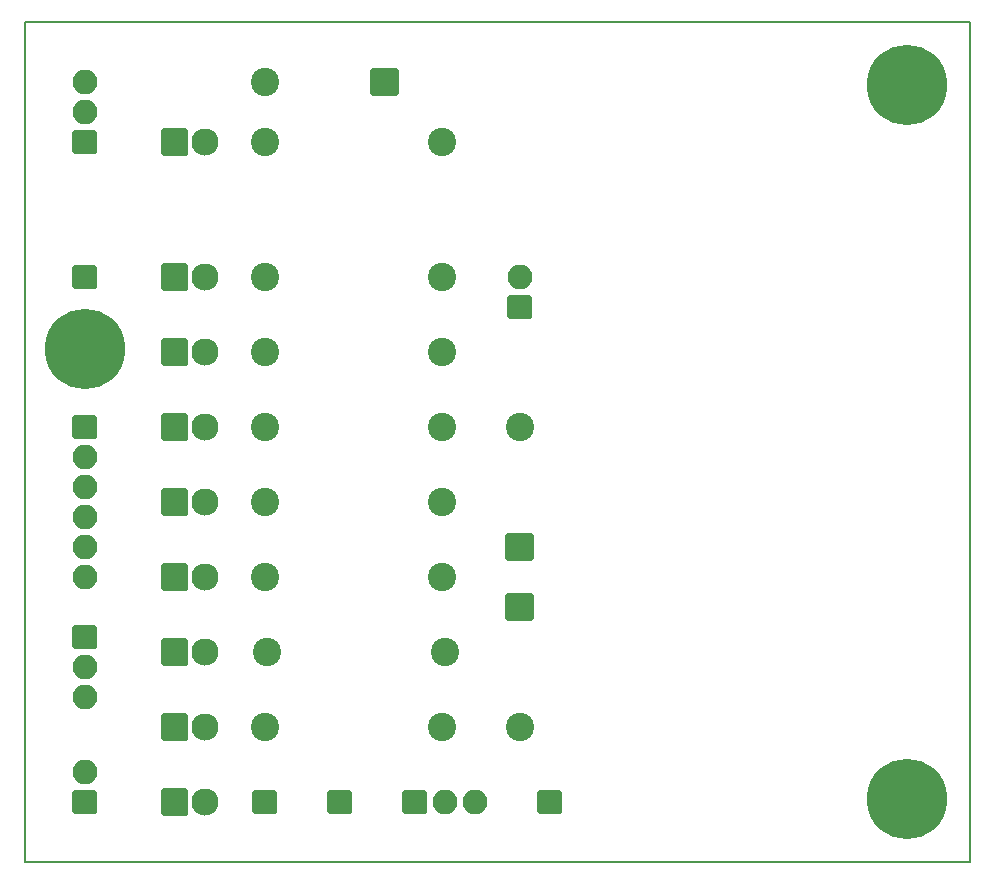
<source format=gbr>
%TF.GenerationSoftware,KiCad,Pcbnew,5.1.9+dfsg1-1+deb11u1*%
%TF.CreationDate,2023-10-22T15:59:23+02:00*%
%TF.ProjectId,display,64697370-6c61-4792-9e6b-696361645f70,231022*%
%TF.SameCoordinates,Original*%
%TF.FileFunction,Soldermask,Bot*%
%TF.FilePolarity,Negative*%
%FSLAX46Y46*%
G04 Gerber Fmt 4.6, Leading zero omitted, Abs format (unit mm)*
G04 Created by KiCad (PCBNEW 5.1.9+dfsg1-1+deb11u1) date 2023-10-22 15:59:23*
%MOMM*%
%LPD*%
G01*
G04 APERTURE LIST*
%TA.AperFunction,Profile*%
%ADD10C,0.150000*%
%TD*%
%ADD11C,6.800000*%
%ADD12C,2.300000*%
%ADD13C,2.398980*%
%ADD14O,2.100000X2.100000*%
G04 APERTURE END LIST*
D10*
X185166000Y-129286000D02*
X148336000Y-129286000D01*
X185166000Y-58166000D02*
X185166000Y-129286000D01*
X105156000Y-58166000D02*
X185166000Y-58166000D01*
X105156000Y-63246000D02*
X105156000Y-58166000D01*
X105156000Y-63246000D02*
X105156000Y-129286000D01*
X105156000Y-129286000D02*
X148336000Y-129286000D01*
X105156000Y-124206000D02*
X105156000Y-129286000D01*
D11*
%TO.C,REF\u002A\u002A*%
X179832000Y-63500000D03*
%TD*%
%TO.C,D201*%
G36*
G01*
X118806000Y-69526000D02*
X116906000Y-69526000D01*
G75*
G02*
X116706000Y-69326000I0J200000D01*
G01*
X116706000Y-67326000D01*
G75*
G02*
X116906000Y-67126000I200000J0D01*
G01*
X118806000Y-67126000D01*
G75*
G02*
X119006000Y-67326000I0J-200000D01*
G01*
X119006000Y-69326000D01*
G75*
G02*
X118806000Y-69526000I-200000J0D01*
G01*
G37*
D12*
X120396000Y-68326000D03*
%TD*%
%TO.C,D202*%
G36*
G01*
X118806000Y-80956000D02*
X116906000Y-80956000D01*
G75*
G02*
X116706000Y-80756000I0J200000D01*
G01*
X116706000Y-78756000D01*
G75*
G02*
X116906000Y-78556000I200000J0D01*
G01*
X118806000Y-78556000D01*
G75*
G02*
X119006000Y-78756000I0J-200000D01*
G01*
X119006000Y-80756000D01*
G75*
G02*
X118806000Y-80956000I-200000J0D01*
G01*
G37*
X120396000Y-79756000D03*
%TD*%
%TO.C,D203*%
G36*
G01*
X118806000Y-87306000D02*
X116906000Y-87306000D01*
G75*
G02*
X116706000Y-87106000I0J200000D01*
G01*
X116706000Y-85106000D01*
G75*
G02*
X116906000Y-84906000I200000J0D01*
G01*
X118806000Y-84906000D01*
G75*
G02*
X119006000Y-85106000I0J-200000D01*
G01*
X119006000Y-87106000D01*
G75*
G02*
X118806000Y-87306000I-200000J0D01*
G01*
G37*
X120396000Y-86106000D03*
%TD*%
%TO.C,D204*%
G36*
G01*
X118806000Y-93656000D02*
X116906000Y-93656000D01*
G75*
G02*
X116706000Y-93456000I0J200000D01*
G01*
X116706000Y-91456000D01*
G75*
G02*
X116906000Y-91256000I200000J0D01*
G01*
X118806000Y-91256000D01*
G75*
G02*
X119006000Y-91456000I0J-200000D01*
G01*
X119006000Y-93456000D01*
G75*
G02*
X118806000Y-93656000I-200000J0D01*
G01*
G37*
X120396000Y-92456000D03*
%TD*%
%TO.C,D205*%
G36*
G01*
X118806000Y-100006000D02*
X116906000Y-100006000D01*
G75*
G02*
X116706000Y-99806000I0J200000D01*
G01*
X116706000Y-97806000D01*
G75*
G02*
X116906000Y-97606000I200000J0D01*
G01*
X118806000Y-97606000D01*
G75*
G02*
X119006000Y-97806000I0J-200000D01*
G01*
X119006000Y-99806000D01*
G75*
G02*
X118806000Y-100006000I-200000J0D01*
G01*
G37*
X120396000Y-98806000D03*
%TD*%
%TO.C,D206*%
G36*
G01*
X118806000Y-106356000D02*
X116906000Y-106356000D01*
G75*
G02*
X116706000Y-106156000I0J200000D01*
G01*
X116706000Y-104156000D01*
G75*
G02*
X116906000Y-103956000I200000J0D01*
G01*
X118806000Y-103956000D01*
G75*
G02*
X119006000Y-104156000I0J-200000D01*
G01*
X119006000Y-106156000D01*
G75*
G02*
X118806000Y-106356000I-200000J0D01*
G01*
G37*
X120396000Y-105156000D03*
%TD*%
%TO.C,D207*%
G36*
G01*
X118806000Y-112706000D02*
X116906000Y-112706000D01*
G75*
G02*
X116706000Y-112506000I0J200000D01*
G01*
X116706000Y-110506000D01*
G75*
G02*
X116906000Y-110306000I200000J0D01*
G01*
X118806000Y-110306000D01*
G75*
G02*
X119006000Y-110506000I0J-200000D01*
G01*
X119006000Y-112506000D01*
G75*
G02*
X118806000Y-112706000I-200000J0D01*
G01*
G37*
X120396000Y-111506000D03*
%TD*%
%TO.C,D208*%
G36*
G01*
X118806000Y-119056000D02*
X116906000Y-119056000D01*
G75*
G02*
X116706000Y-118856000I0J200000D01*
G01*
X116706000Y-116856000D01*
G75*
G02*
X116906000Y-116656000I200000J0D01*
G01*
X118806000Y-116656000D01*
G75*
G02*
X119006000Y-116856000I0J-200000D01*
G01*
X119006000Y-118856000D01*
G75*
G02*
X118806000Y-119056000I-200000J0D01*
G01*
G37*
X120396000Y-117856000D03*
%TD*%
%TO.C,D209*%
G36*
G01*
X118806000Y-125406000D02*
X116906000Y-125406000D01*
G75*
G02*
X116706000Y-125206000I0J200000D01*
G01*
X116706000Y-123206000D01*
G75*
G02*
X116906000Y-123006000I200000J0D01*
G01*
X118806000Y-123006000D01*
G75*
G02*
X119006000Y-123206000I0J-200000D01*
G01*
X119006000Y-125206000D01*
G75*
G02*
X118806000Y-125406000I-200000J0D01*
G01*
G37*
X120396000Y-124206000D03*
%TD*%
D13*
%TO.C,D210*%
X147068540Y-117856000D03*
G36*
G01*
X148068030Y-108895490D02*
X146069050Y-108895490D01*
G75*
G02*
X145869050Y-108695490I0J200000D01*
G01*
X145869050Y-106696510D01*
G75*
G02*
X146069050Y-106496510I200000J0D01*
G01*
X148068030Y-106496510D01*
G75*
G02*
X148268030Y-106696510I0J-200000D01*
G01*
X148268030Y-108695490D01*
G75*
G02*
X148068030Y-108895490I-200000J0D01*
G01*
G37*
%TD*%
%TO.C,D211*%
X147063460Y-92456000D03*
G36*
G01*
X146063970Y-101416510D02*
X148062950Y-101416510D01*
G75*
G02*
X148262950Y-101616510I0J-200000D01*
G01*
X148262950Y-103615490D01*
G75*
G02*
X148062950Y-103815490I-200000J0D01*
G01*
X146063970Y-103815490D01*
G75*
G02*
X145863970Y-103615490I0J200000D01*
G01*
X145863970Y-101616510D01*
G75*
G02*
X146063970Y-101416510I200000J0D01*
G01*
G37*
%TD*%
%TO.C,D212*%
X125476000Y-63248540D03*
G36*
G01*
X134436510Y-64248030D02*
X134436510Y-62249050D01*
G75*
G02*
X134636510Y-62049050I200000J0D01*
G01*
X136635490Y-62049050D01*
G75*
G02*
X136835490Y-62249050I0J-200000D01*
G01*
X136835490Y-64248030D01*
G75*
G02*
X136635490Y-64448030I-200000J0D01*
G01*
X134636510Y-64448030D01*
G75*
G02*
X134436510Y-64248030I0J200000D01*
G01*
G37*
%TD*%
%TO.C,R201*%
X125476000Y-68326000D03*
X140476000Y-68326000D03*
%TD*%
%TO.C,R202*%
X125476000Y-79756000D03*
X140476000Y-79756000D03*
%TD*%
%TO.C,R203*%
X125476000Y-86106000D03*
X140476000Y-86106000D03*
%TD*%
%TO.C,R204*%
X125476000Y-92456000D03*
X140476000Y-92456000D03*
%TD*%
%TO.C,R205*%
X125476000Y-98806000D03*
X140476000Y-98806000D03*
%TD*%
%TO.C,R206*%
X125476000Y-105156000D03*
X140476000Y-105156000D03*
%TD*%
%TO.C,R207*%
X140716000Y-111506000D03*
X125716000Y-111506000D03*
%TD*%
%TO.C,R208*%
X125476000Y-117856000D03*
X140476000Y-117856000D03*
%TD*%
D11*
%TO.C,REF\u002A\u002A*%
X179832000Y-123952000D03*
%TD*%
%TO.C,REF\u002A\u002A*%
X110236000Y-85852000D03*
%TD*%
%TO.C,BT201*%
G36*
G01*
X148116000Y-81446000D02*
X148116000Y-83146000D01*
G75*
G02*
X147916000Y-83346000I-200000J0D01*
G01*
X146216000Y-83346000D01*
G75*
G02*
X146016000Y-83146000I0J200000D01*
G01*
X146016000Y-81446000D01*
G75*
G02*
X146216000Y-81246000I200000J0D01*
G01*
X147916000Y-81246000D01*
G75*
G02*
X148116000Y-81446000I0J-200000D01*
G01*
G37*
D14*
X147066000Y-79756000D03*
%TD*%
%TO.C,P201*%
X110236000Y-121666000D03*
G36*
G01*
X111286000Y-123356000D02*
X111286000Y-125056000D01*
G75*
G02*
X111086000Y-125256000I-200000J0D01*
G01*
X109386000Y-125256000D01*
G75*
G02*
X109186000Y-125056000I0J200000D01*
G01*
X109186000Y-123356000D01*
G75*
G02*
X109386000Y-123156000I200000J0D01*
G01*
X111086000Y-123156000D01*
G75*
G02*
X111286000Y-123356000I0J-200000D01*
G01*
G37*
%TD*%
%TO.C,P202*%
G36*
G01*
X148556000Y-125056000D02*
X148556000Y-123356000D01*
G75*
G02*
X148756000Y-123156000I200000J0D01*
G01*
X150456000Y-123156000D01*
G75*
G02*
X150656000Y-123356000I0J-200000D01*
G01*
X150656000Y-125056000D01*
G75*
G02*
X150456000Y-125256000I-200000J0D01*
G01*
X148756000Y-125256000D01*
G75*
G02*
X148556000Y-125056000I0J200000D01*
G01*
G37*
%TD*%
%TO.C,P203*%
G36*
G01*
X109386000Y-78706000D02*
X111086000Y-78706000D01*
G75*
G02*
X111286000Y-78906000I0J-200000D01*
G01*
X111286000Y-80606000D01*
G75*
G02*
X111086000Y-80806000I-200000J0D01*
G01*
X109386000Y-80806000D01*
G75*
G02*
X109186000Y-80606000I0J200000D01*
G01*
X109186000Y-78906000D01*
G75*
G02*
X109386000Y-78706000I200000J0D01*
G01*
G37*
%TD*%
%TO.C,P204*%
G36*
G01*
X109186000Y-93306000D02*
X109186000Y-91606000D01*
G75*
G02*
X109386000Y-91406000I200000J0D01*
G01*
X111086000Y-91406000D01*
G75*
G02*
X111286000Y-91606000I0J-200000D01*
G01*
X111286000Y-93306000D01*
G75*
G02*
X111086000Y-93506000I-200000J0D01*
G01*
X109386000Y-93506000D01*
G75*
G02*
X109186000Y-93306000I0J200000D01*
G01*
G37*
X110236000Y-94996000D03*
X110236000Y-97536000D03*
X110236000Y-100076000D03*
X110236000Y-102616000D03*
X110236000Y-105156000D03*
%TD*%
%TO.C,P205*%
G36*
G01*
X111286000Y-67476000D02*
X111286000Y-69176000D01*
G75*
G02*
X111086000Y-69376000I-200000J0D01*
G01*
X109386000Y-69376000D01*
G75*
G02*
X109186000Y-69176000I0J200000D01*
G01*
X109186000Y-67476000D01*
G75*
G02*
X109386000Y-67276000I200000J0D01*
G01*
X111086000Y-67276000D01*
G75*
G02*
X111286000Y-67476000I0J-200000D01*
G01*
G37*
X110236000Y-65786000D03*
X110236000Y-63246000D03*
%TD*%
%TO.C,P206*%
X143256000Y-124206000D03*
X140716000Y-124206000D03*
G36*
G01*
X139026000Y-125256000D02*
X137326000Y-125256000D01*
G75*
G02*
X137126000Y-125056000I0J200000D01*
G01*
X137126000Y-123356000D01*
G75*
G02*
X137326000Y-123156000I200000J0D01*
G01*
X139026000Y-123156000D01*
G75*
G02*
X139226000Y-123356000I0J-200000D01*
G01*
X139226000Y-125056000D01*
G75*
G02*
X139026000Y-125256000I-200000J0D01*
G01*
G37*
%TD*%
%TO.C,P207*%
G36*
G01*
X109186000Y-111086000D02*
X109186000Y-109386000D01*
G75*
G02*
X109386000Y-109186000I200000J0D01*
G01*
X111086000Y-109186000D01*
G75*
G02*
X111286000Y-109386000I0J-200000D01*
G01*
X111286000Y-111086000D01*
G75*
G02*
X111086000Y-111286000I-200000J0D01*
G01*
X109386000Y-111286000D01*
G75*
G02*
X109186000Y-111086000I0J200000D01*
G01*
G37*
X110236000Y-112776000D03*
X110236000Y-115316000D03*
%TD*%
%TO.C,P208*%
G36*
G01*
X124426000Y-125056000D02*
X124426000Y-123356000D01*
G75*
G02*
X124626000Y-123156000I200000J0D01*
G01*
X126326000Y-123156000D01*
G75*
G02*
X126526000Y-123356000I0J-200000D01*
G01*
X126526000Y-125056000D01*
G75*
G02*
X126326000Y-125256000I-200000J0D01*
G01*
X124626000Y-125256000D01*
G75*
G02*
X124426000Y-125056000I0J200000D01*
G01*
G37*
%TD*%
%TO.C,P209*%
G36*
G01*
X130776000Y-125056000D02*
X130776000Y-123356000D01*
G75*
G02*
X130976000Y-123156000I200000J0D01*
G01*
X132676000Y-123156000D01*
G75*
G02*
X132876000Y-123356000I0J-200000D01*
G01*
X132876000Y-125056000D01*
G75*
G02*
X132676000Y-125256000I-200000J0D01*
G01*
X130976000Y-125256000D01*
G75*
G02*
X130776000Y-125056000I0J200000D01*
G01*
G37*
%TD*%
M02*

</source>
